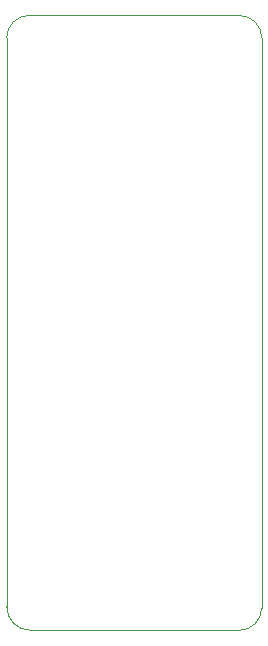
<source format=gbr>
%TF.GenerationSoftware,KiCad,Pcbnew,(5.1.5)-3*%
%TF.CreationDate,2020-03-15T11:37:31-07:00*%
%TF.ProjectId,bbf-audio_out_v1,6262662d-6175-4646-996f-5f6f75745f76,rev?*%
%TF.SameCoordinates,Original*%
%TF.FileFunction,Profile,NP*%
%FSLAX46Y46*%
G04 Gerber Fmt 4.6, Leading zero omitted, Abs format (unit mm)*
G04 Created by KiCad (PCBNEW (5.1.5)-3) date 2020-03-15 11:37:31*
%MOMM*%
%LPD*%
G04 APERTURE LIST*
%TA.AperFunction,Profile*%
%ADD10C,0.050000*%
%TD*%
G04 APERTURE END LIST*
D10*
X159296100Y-129128600D02*
G75*
G02X157391100Y-131033600I-1905000J0D01*
G01*
X159296100Y-129128600D02*
X159296100Y-80868600D01*
X157401100Y-78973600D02*
G75*
G02X159296100Y-80868600I0J-1895000D01*
G01*
X157401100Y-78973600D02*
X139601100Y-78973600D01*
X137706100Y-80868600D02*
G75*
G02X139601100Y-78973600I1895000J0D01*
G01*
X137706100Y-80868600D02*
X137706100Y-129025600D01*
X139714100Y-131033600D02*
G75*
G02X137706100Y-129025600I0J2008000D01*
G01*
X139714100Y-131033600D02*
X157391100Y-131033600D01*
M02*

</source>
